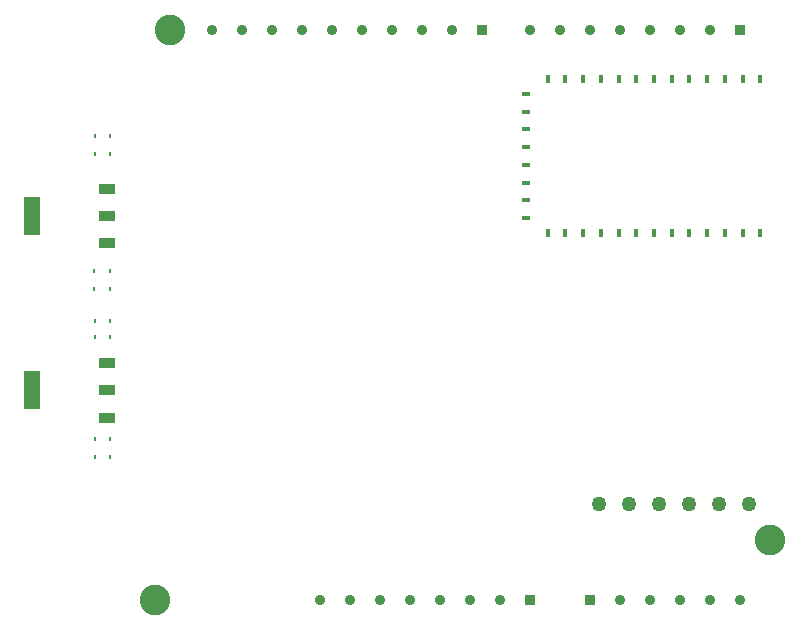
<source format=gbs>
G04 Layer_Color=16711935*
%FSLAX25Y25*%
%MOIN*%
G70*
G01*
G75*
%ADD53R,0.01143X0.01537*%
%ADD59C,0.05000*%
%ADD60R,0.03600X0.03600*%
%ADD61C,0.03600*%
%ADD62C,0.10198*%
%ADD63C,0.00500*%
%ADD64R,0.05474X0.12561*%
%ADD65R,0.05474X0.03506*%
%ADD66R,0.02718X0.01537*%
%ADD67R,0.01537X0.02718*%
D53*
X40181Y63500D02*
D03*
X34866D02*
D03*
X40181Y57500D02*
D03*
X34866D02*
D03*
X40181Y97500D02*
D03*
X34866D02*
D03*
X40181Y103000D02*
D03*
X34866D02*
D03*
X40157Y113500D02*
D03*
X34843D02*
D03*
X40157Y119500D02*
D03*
X34843D02*
D03*
X40181Y164500D02*
D03*
X34866D02*
D03*
X40181Y158500D02*
D03*
X34866D02*
D03*
D59*
X253000Y42000D02*
D03*
X243000D02*
D03*
X233000D02*
D03*
X223000D02*
D03*
X213000D02*
D03*
X203000D02*
D03*
D60*
X250000Y200000D02*
D03*
X200000Y10000D02*
D03*
X164000Y200000D02*
D03*
X180000Y10000D02*
D03*
D61*
X220000Y200000D02*
D03*
X210000D02*
D03*
X200000D02*
D03*
X190000D02*
D03*
X180000D02*
D03*
X240000D02*
D03*
X230000D02*
D03*
X250000Y10000D02*
D03*
X240000D02*
D03*
X230000D02*
D03*
X220000D02*
D03*
X210000D02*
D03*
X74000Y200000D02*
D03*
X84000D02*
D03*
X94000D02*
D03*
X104000D02*
D03*
X114000D02*
D03*
X124000D02*
D03*
X134000D02*
D03*
X144000D02*
D03*
X154000D02*
D03*
X160000Y10000D02*
D03*
X170000D02*
D03*
X110000D02*
D03*
X120000D02*
D03*
X130000D02*
D03*
X140000D02*
D03*
X150000D02*
D03*
D62*
X60000Y200000D02*
D03*
X55000Y10000D02*
D03*
X260000Y30000D02*
D03*
D63*
Y147000D02*
D03*
X265000Y137000D02*
D03*
Y97000D02*
D03*
X260000Y87000D02*
D03*
X265000Y77000D02*
D03*
Y57000D02*
D03*
X260000Y47000D02*
D03*
X265000Y37000D02*
D03*
Y17000D02*
D03*
X255000Y177000D02*
D03*
Y157000D02*
D03*
X250000Y147000D02*
D03*
Y47000D02*
D03*
Y27000D02*
D03*
X255000Y17000D02*
D03*
X240000Y167000D02*
D03*
Y147000D02*
D03*
Y127000D02*
D03*
Y27000D02*
D03*
X235000Y177000D02*
D03*
X230000Y167000D02*
D03*
Y147000D02*
D03*
Y127000D02*
D03*
X235000Y17000D02*
D03*
X225000Y177000D02*
D03*
X220000Y167000D02*
D03*
X225000Y157000D02*
D03*
X220000Y147000D02*
D03*
X225000Y137000D02*
D03*
X220000Y127000D02*
D03*
Y107000D02*
D03*
X225000Y77000D02*
D03*
Y17000D02*
D03*
X210000Y147000D02*
D03*
Y127000D02*
D03*
Y67000D02*
D03*
Y47000D02*
D03*
X215000Y17000D02*
D03*
X200000Y167000D02*
D03*
Y47000D02*
D03*
X195000Y177000D02*
D03*
X190000Y167000D02*
D03*
X195000Y157000D02*
D03*
Y137000D02*
D03*
Y57000D02*
D03*
X190000Y27000D02*
D03*
Y7000D02*
D03*
X185000Y177000D02*
D03*
Y157000D02*
D03*
Y57000D02*
D03*
X180000Y27000D02*
D03*
X185000Y17000D02*
D03*
X175000Y197000D02*
D03*
X170000Y167000D02*
D03*
Y147000D02*
D03*
Y67000D02*
D03*
X175000Y57000D02*
D03*
X170000Y27000D02*
D03*
X175000Y17000D02*
D03*
X165000Y177000D02*
D03*
X160000Y167000D02*
D03*
X165000Y157000D02*
D03*
Y57000D02*
D03*
X160000Y27000D02*
D03*
X165000Y17000D02*
D03*
X150000Y67000D02*
D03*
Y27000D02*
D03*
X155000Y17000D02*
D03*
X145000Y77000D02*
D03*
Y17000D02*
D03*
X130000Y167000D02*
D03*
Y147000D02*
D03*
X135000Y17000D02*
D03*
X120000Y187000D02*
D03*
X125000Y177000D02*
D03*
X120000Y167000D02*
D03*
Y47000D02*
D03*
X125000Y17000D02*
D03*
X110000Y187000D02*
D03*
X115000Y177000D02*
D03*
X110000Y167000D02*
D03*
X115000Y157000D02*
D03*
Y57000D02*
D03*
Y17000D02*
D03*
X100000Y187000D02*
D03*
X105000Y177000D02*
D03*
X100000Y147000D02*
D03*
Y107000D02*
D03*
X105000Y17000D02*
D03*
X100000Y7000D02*
D03*
X95000Y137000D02*
D03*
X90000Y107000D02*
D03*
X95000Y97000D02*
D03*
X90000Y47000D02*
D03*
X80000Y67000D02*
D03*
X85000Y57000D02*
D03*
X70000Y187000D02*
D03*
Y107000D02*
D03*
X75000Y97000D02*
D03*
X70000Y87000D02*
D03*
Y67000D02*
D03*
X75000Y57000D02*
D03*
X70000Y47000D02*
D03*
X75000Y37000D02*
D03*
X70000Y27000D02*
D03*
Y7000D02*
D03*
X60000Y187000D02*
D03*
Y107000D02*
D03*
X65000Y97000D02*
D03*
Y77000D02*
D03*
X60000Y67000D02*
D03*
Y47000D02*
D03*
X65000Y37000D02*
D03*
X60000Y27000D02*
D03*
X65000Y17000D02*
D03*
X50000Y167000D02*
D03*
X55000Y77000D02*
D03*
X50000Y67000D02*
D03*
Y47000D02*
D03*
X55000Y37000D02*
D03*
X50000Y27000D02*
D03*
X45000Y197000D02*
D03*
Y77000D02*
D03*
Y37000D02*
D03*
Y17000D02*
D03*
X35000Y37000D02*
D03*
X20000Y107000D02*
D03*
X25000Y37000D02*
D03*
X10000Y187000D02*
D03*
X15000Y177000D02*
D03*
X10000Y167000D02*
D03*
Y127000D02*
D03*
Y107000D02*
D03*
Y67000D02*
D03*
Y47000D02*
D03*
X15000Y37000D02*
D03*
X10000Y27000D02*
D03*
Y7000D02*
D03*
D64*
X14098Y79772D02*
D03*
Y138000D02*
D03*
D65*
X38902Y70717D02*
D03*
Y79772D02*
D03*
Y88827D02*
D03*
Y128945D02*
D03*
Y138000D02*
D03*
Y147055D02*
D03*
D66*
X178858Y154957D02*
D03*
Y137240D02*
D03*
Y143146D02*
D03*
Y149051D02*
D03*
Y160862D02*
D03*
Y166768D02*
D03*
Y172673D02*
D03*
Y178579D02*
D03*
D67*
X185945Y183500D02*
D03*
X191850D02*
D03*
X197756D02*
D03*
X203661D02*
D03*
X209567D02*
D03*
X215472D02*
D03*
X221378D02*
D03*
X227284D02*
D03*
X233189D02*
D03*
X239094D02*
D03*
X245000D02*
D03*
X250905D02*
D03*
X256811D02*
D03*
Y132319D02*
D03*
X250905D02*
D03*
X245000D02*
D03*
X239094D02*
D03*
X233189D02*
D03*
X227284D02*
D03*
X221378D02*
D03*
X215472D02*
D03*
X209567D02*
D03*
X203661D02*
D03*
X197756D02*
D03*
X191850D02*
D03*
X185945D02*
D03*
M02*

</source>
